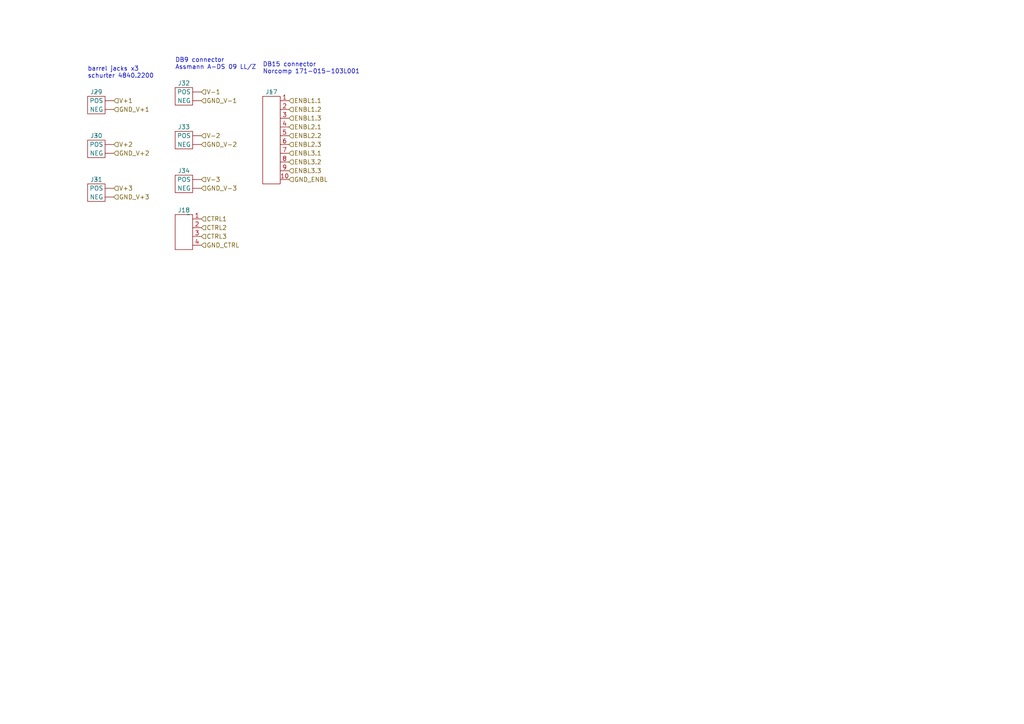
<source format=kicad_sch>
(kicad_sch (version 20231120) (generator "eeschema") (generator_version "8.0")
  (paper "A4")
  (title_block (title "LED Driver Box") (date "2023-07-19") (company "SBC") (comment 1 "Zhiheng Sheng"))
  (lib_symbols
    (symbol "led_driver:barrel_jack"
      (property "Reference" "J" (at 0 3.81 0))
      (property "Value" "barrel_jack" (at 0 -3.81 0))
      (symbol "barrel_jack_0_1"
        (rectangle (start -2.54 -2.54) (end 2.54 2.54))
      )
      (symbol "barrel_jack_1_1"
        (pin input line (at 5.08 -1.27 180) (length 2.54) (name "NEG") (number ""))
        (pin input line (at 5.08 1.27 180) (length 2.54) (name "POS") (number ""))
      )
    )
    (symbol "led_driver:bayonet_10pin"
      (property "Reference" "J" (at 0 13.97 0))
      (symbol "bayonet_10pin_0_1"
        (rectangle (start -2.54 12.7) (end 2.54 -12.7))
      )
      (symbol "bayonet_10pin_1_1"
        (pin passive line (at 5.08 11.43 180) (length 2.54) (name "") (number "1"))
        (pin passive line (at 5.08 -11.43 180) (length 2.54) (name "") (number "10"))
        (pin passive line (at 5.08 8.89 180) (length 2.54) (name "") (number "2"))
        (pin passive line (at 5.08 6.35 180) (length 2.54) (name "") (number "3"))
        (pin passive line (at 5.08 3.81 180) (length 2.54) (name "") (number "4"))
        (pin passive line (at 5.08 1.27 180) (length 2.54) (name "") (number "5"))
        (pin passive line (at 5.08 -1.27 180) (length 2.54) (name "") (number "6"))
        (pin passive line (at 5.08 -3.81 180) (length 2.54) (name "") (number "7"))
        (pin passive line (at 5.08 -6.35 180) (length 2.54) (name "") (number "8"))
        (pin passive line (at 5.08 -8.89 180) (length 2.54) (name "") (number "9"))
      )
    )
    (symbol "led_driver:bayonet_4pin"
      (property "Reference" "J" (at 0 6.35 0))
      (symbol "bayonet_4pin_0_1"
        (rectangle (start -2.54 5.08) (end 2.54 -5.08))
      )
      (symbol "bayonet_4pin_1_1"
        (pin passive line (at 5.08 3.81 180) (length 2.54) (name "") (number "1"))
        (pin passive line (at 5.08 1.27 180) (length 2.54) (name "") (number "2"))
        (pin passive line (at 5.08 -1.27 180) (length 2.54) (name "") (number "3"))
        (pin passive line (at 5.08 -3.81 180) (length 2.54) (name "") (number "4"))
      )
    )
  )
  (text "DB9 connector\nAssmann A-DS 09 LL/Z" (at 50.8 20.32 0) (effects (font (size 1.27 1.27)) (justify left bottom)))
  (text "barrel jacks x3\nschurter 4840.2200" (at 25.4 22.86 0) (effects (font (size 1.27 1.27)) (justify left bottom)))
  (text "DB15 connector\nNorcomp 171-015-103L001" (at 76.2 21.59 0) (effects (font (size 1.27 1.27)) (justify left bottom)))
  (hierarchical_label "CTRL1" (shape input) (at 58.42 63.5 0))
  (hierarchical_label "V-3" (shape input) (at 58.42 52.07 0))
  (hierarchical_label "V-1" (shape input) (at 58.42 26.67 0))
  (hierarchical_label "ENBL1.3" (shape input) (at 83.82 34.29 0))
  (hierarchical_label "GND_V+1" (shape input) (at 33.02 31.75 0))
  (hierarchical_label "V+2" (shape input) (at 33.02 41.91 0))
  (hierarchical_label "V-2" (shape input) (at 58.42 39.37 0))
  (hierarchical_label "GND_CTRL" (shape input) (at 58.42 71.12 0))
  (hierarchical_label "GND_V-1" (shape input) (at 58.42 29.21 0))
  (hierarchical_label "GND_V+2" (shape input) (at 33.02 44.45 0))
  (hierarchical_label "GND_V+3" (shape input) (at 33.02 57.15 0))
  (hierarchical_label "CTRL3" (shape input) (at 58.42 68.58 0))
  (hierarchical_label "ENBL1.2" (shape input) (at 83.82 31.75 0))
  (hierarchical_label "ENBL1.1" (shape input) (at 83.82 29.21 0))
  (hierarchical_label "CTRL2" (shape input) (at 58.42 66.04 0))
  (hierarchical_label "ENBL3.2" (shape input) (at 83.82 46.99 0))
  (hierarchical_label "ENBL2.3" (shape input) (at 83.82 41.91 0))
  (hierarchical_label "GND_V-3" (shape input) (at 58.42 54.61 0))
  (hierarchical_label "ENBL2.1" (shape input) (at 83.82 36.83 0))
  (hierarchical_label "ENBL3.3" (shape input) (at 83.82 49.53 0))
  (hierarchical_label "V+3" (shape input) (at 33.02 54.61 0))
  (hierarchical_label "GND_ENBL" (shape input) (at 83.82 52.07 0))
  (hierarchical_label "ENBL3.1" (shape input) (at 83.82 44.45 0))
  (hierarchical_label "V+1" (shape input) (at 33.02 29.21 0))
  (hierarchical_label "GND_V-2" (shape input) (at 58.42 41.91 0))
  (hierarchical_label "ENBL2.2" (shape input) (at 83.82 39.37 0))
  (symbol (lib_id "led_driver:bayonet_4pin") (at 53.34 67.31 0) (unit 1)
    (property "Reference" "J18" (at 53.34 60.96 0))
    (property "Value" "~" (at 54.61 62.23 0))
  )
  (symbol (lib_id "led_driver:barrel_jack") (at 53.34 27.94 0) (unit 1)
    (property "Reference" "J32" (at 53.34 24.13 0))
    (property "Value" "barrel_jack" (effects (hide yes)))
  )
  (symbol (lib_id "led_driver:barrel_jack") (at 27.94 43.18 0) (unit 1)
    (property "Reference" "J30" (at 27.94 39.37 0))
    (property "Value" "~" (at 27.94 39.37 0))
  )
  (symbol (lib_id "led_driver:barrel_jack") (at 53.34 40.64 0) (unit 1)
    (property "Reference" "J33" (at 53.34 36.83 0))
    (property "Value" "barrel_jack" (effects (hide yes)))
  )
  (symbol (lib_id "led_driver:barrel_jack") (at 53.34 53.34 0) (unit 1)
    (property "Reference" "J34" (at 53.34 49.53 0))
    (property "Value" "barrel_jack" (effects (hide yes)))
  )
  (symbol (lib_id "led_driver:bayonet_10pin") (at 78.74 40.64 0) (unit 1)
    (property "Reference" "J17" (at 78.74 26.67 0))
    (property "Value" "~" (at 78.74 26.67 0))
  )
  (symbol (lib_id "led_driver:barrel_jack") (at 27.94 30.48 0) (unit 1)
    (property "Reference" "J29" (at 27.94 26.67 0))
    (property "Value" "~" (at 27.94 26.67 0))
  )
  (symbol (lib_id "led_driver:barrel_jack") (at 27.94 55.88 0) (unit 1)
    (property "Reference" "J31" (at 27.94 52.07 0))
    (property "Value" "~" (at 27.94 52.07 0))
  )
)
</source>
